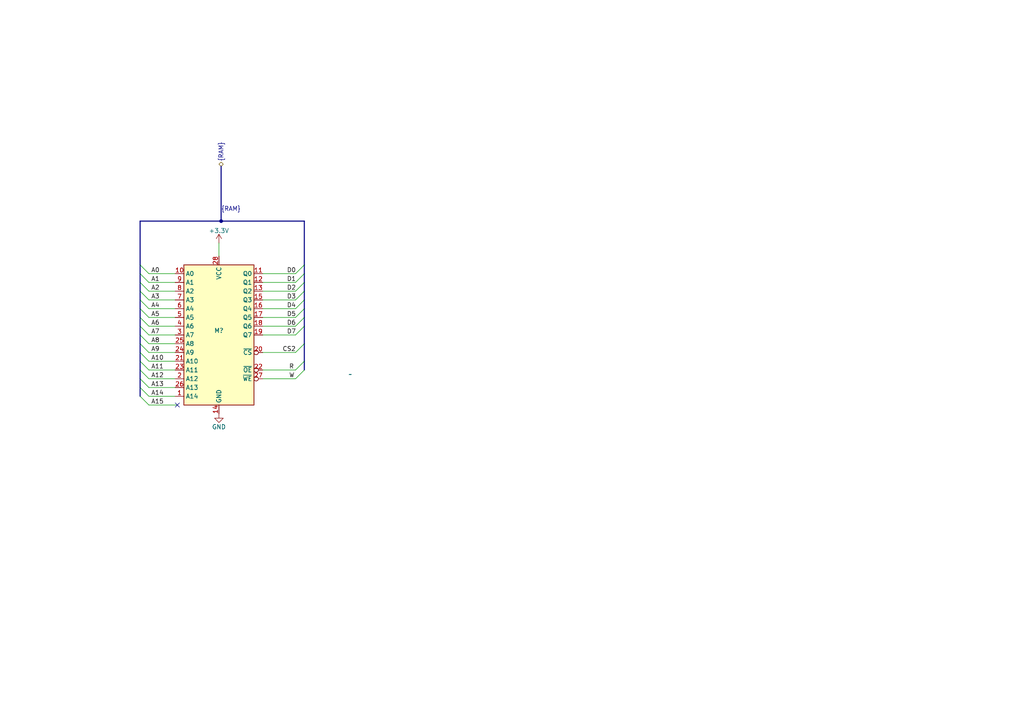
<source format=kicad_sch>
(kicad_sch (version 20230121) (generator eeschema)
  (paper "A4")
  (lib_symbols
    (symbol "AGB_common:FM28V020"
      (property "Reference" "M" (at 0 0 0))
      (symbol "FM28V020_0_0"
        (pin power_in line (at 0 -24.13 90) (length 2.54) (name "GND") (number "14"))
        (pin power_in line (at 0 21.59 270) (length 2.54) (name "VCC") (number "28"))
      )
      (symbol "FM28V020_0_1"
        (rectangle (start -10.16 19.05) (end 10.16 -21.59) (stroke (width 0.254)) (fill (type background)))
      )
      (symbol "FM28V020_1_1"
        (pin input line (at -12.7 -19.05 0) (length 2.54) (name "A14") (number "1"))
        (pin input line (at -12.7 16.51 0) (length 2.54) (name "A0") (number "10"))
        (pin tri_state line (at 12.7 16.51 180) (length 2.54) (name "Q0") (number "11"))
        (pin tri_state line (at 12.7 13.97 180) (length 2.54) (name "Q1") (number "12"))
        (pin tri_state line (at 12.7 11.43 180) (length 2.54) (name "Q2") (number "13"))
        (pin tri_state line (at 12.7 8.89 180) (length 2.54) (name "Q3") (number "15"))
        (pin tri_state line (at 12.7 6.35 180) (length 2.54) (name "Q4") (number "16"))
        (pin tri_state line (at 12.7 3.81 180) (length 2.54) (name "Q5") (number "17"))
        (pin tri_state line (at 12.7 1.27 180) (length 2.54) (name "Q6") (number "18"))
        (pin tri_state line (at 12.7 -1.27 180) (length 2.54) (name "Q7") (number "19"))
        (pin input line (at -12.7 -13.97 0) (length 2.54) (name "A12") (number "2"))
        (pin input inverted (at 12.7 -6.35 180) (length 2.54) (name "~{CS}") (number "20"))
        (pin input line (at -12.7 -8.89 0) (length 2.54) (name "A10") (number "21"))
        (pin input inverted (at 12.7 -11.43 180) (length 2.54) (name "~{OE}") (number "22"))
        (pin input line (at -12.7 -11.43 0) (length 2.54) (name "A11") (number "23"))
        (pin input line (at -12.7 -6.35 0) (length 2.54) (name "A9") (number "24"))
        (pin input line (at -12.7 -3.81 0) (length 2.54) (name "A8") (number "25"))
        (pin input line (at -12.7 -16.51 0) (length 2.54) (name "A13") (number "26"))
        (pin input inverted (at 12.7 -13.97 180) (length 2.54) (name "~{WE}") (number "27"))
        (pin input line (at -12.7 -1.27 0) (length 2.54) (name "A7") (number "3"))
        (pin input line (at -12.7 1.27 0) (length 2.54) (name "A6") (number "4"))
        (pin input line (at -12.7 3.81 0) (length 2.54) (name "A5") (number "5"))
        (pin input line (at -12.7 6.35 0) (length 2.54) (name "A4") (number "6"))
        (pin input line (at -12.7 8.89 0) (length 2.54) (name "A3") (number "7"))
        (pin input line (at -12.7 11.43 0) (length 2.54) (name "A2") (number "8"))
        (pin input line (at -12.7 13.97 0) (length 2.54) (name "A1") (number "9"))
      )
    )
    (symbol "power:+3.3V" (power) (pin_names (offset 0))
      (property "Value" "+3.3V" (at 0 3.556 0))
      (symbol "+3.3V_0_1"
        (polyline (pts (xy -0.762 1.27) (xy 0 2.54)))
        (polyline (pts (xy 0 0) (xy 0 2.54)))
        (polyline (pts (xy 0 2.54) (xy 0.762 1.27)))
      )
      (symbol "+3.3V_1_1"
        (pin power_in line (at 0 0 90) (length 0) hide (name "+3.3V") (number "1"))
      )
    )
    (symbol "power:GND" (power) (pin_names (offset 0))
      (property "Value" "GND" (at 0 -3.81 0))
      (symbol "GND_0_1"
        (polyline (pts (xy 0 0) (xy 0 -1.27) (xy 1.27 -1.27) (xy 0 -2.54) (xy -1.27 -1.27) (xy 0 -1.27)))
      )
      (symbol "GND_1_1"
        (pin power_in line (at 0 0 270) (length 0) hide (name "GND") (number "1"))
      )
    )
  )
  (junction (at 64.135 64.135))
  (no_connect (at 51.435 117.475))
  (bus_entry (at 88.265 104.775) (size -2.54 2.54))
  (bus_entry (at 40.64 112.395) (size 2.54 2.54))
  (bus_entry (at 88.265 76.835) (size -2.54 2.54))
  (bus_entry (at 88.265 86.995) (size -2.54 2.54))
  (bus_entry (at 40.64 84.455) (size 2.54 2.54))
  (bus_entry (at 40.64 86.995) (size 2.54 2.54))
  (bus_entry (at 88.265 89.535) (size -2.54 2.54))
  (bus_entry (at 40.64 102.235) (size 2.54 2.54))
  (bus_entry (at 88.265 107.315) (size -2.54 2.54))
  (bus_entry (at 88.265 94.615) (size -2.54 2.54))
  (bus_entry (at 88.265 84.455) (size -2.54 2.54))
  (bus_entry (at 88.265 99.695) (size -2.54 2.54))
  (bus_entry (at 40.64 109.855) (size 2.54 2.54))
  (bus_entry (at 40.64 104.775) (size 2.54 2.54))
  (bus_entry (at 40.64 81.915) (size 2.54 2.54))
  (bus_entry (at 40.64 114.935) (size 2.54 2.54))
  (bus_entry (at 88.265 79.375) (size -2.54 2.54))
  (bus_entry (at 40.64 92.075) (size 2.54 2.54))
  (bus_entry (at 40.64 76.835) (size 2.54 2.54))
  (bus_entry (at 40.64 94.615) (size 2.54 2.54))
  (bus_entry (at 40.64 97.155) (size 2.54 2.54))
  (bus_entry (at 88.265 92.075) (size -2.54 2.54))
  (bus_entry (at 40.64 99.695) (size 2.54 2.54))
  (bus_entry (at 40.64 107.315) (size 2.54 2.54))
  (bus_entry (at 40.64 89.535) (size 2.54 2.54))
  (bus_entry (at 40.64 79.375) (size 2.54 2.54))
  (bus_entry (at 88.265 81.915) (size -2.54 2.54))
  (bus (pts (xy 40.64 112.395) (xy 40.64 114.935)))
  (wire (pts (xy 76.2 86.995) (xy 85.725 86.995)))
  (wire (pts (xy 43.18 94.615) (xy 50.8 94.615)))
  (wire (pts (xy 43.18 86.995) (xy 50.8 86.995)))
  (bus (pts (xy 40.64 94.615) (xy 40.64 97.155)))
  (wire (pts (xy 43.18 104.775) (xy 50.8 104.775)))
  (bus (pts (xy 88.265 81.915) (xy 88.265 84.455)))
  (bus (pts (xy 88.265 94.615) (xy 88.265 99.695)))
  (wire (pts (xy 43.18 89.535) (xy 50.8 89.535)))
  (wire (pts (xy 43.18 81.915) (xy 50.8 81.915)))
  (bus (pts (xy 40.64 102.235) (xy 40.64 104.775)))
  (wire (pts (xy 76.2 97.155) (xy 85.725 97.155)))
  (wire (pts (xy 76.2 81.915) (xy 85.725 81.915)))
  (bus (pts (xy 88.265 104.775) (xy 88.265 107.315)))
  (bus (pts (xy 88.265 76.835) (xy 88.265 79.375)))
  (bus (pts (xy 40.64 97.155) (xy 40.64 99.695)))
  (wire (pts (xy 43.18 84.455) (xy 50.8 84.455)))
  (wire (pts (xy 76.2 89.535) (xy 85.725 89.535)))
  (bus (pts (xy 40.64 104.775) (xy 40.64 107.315)))
  (bus (pts (xy 40.64 109.855) (xy 40.64 112.395)))
  (bus (pts (xy 88.265 84.455) (xy 88.265 86.995)))
  (wire (pts (xy 43.18 112.395) (xy 50.8 112.395)))
  (bus (pts (xy 40.64 64.135) (xy 64.135 64.135)))
  (wire (pts (xy 76.2 94.615) (xy 85.725 94.615)))
  (wire (pts (xy 76.2 92.075) (xy 85.725 92.075)))
  (wire (pts (xy 43.18 99.695) (xy 50.8 99.695)))
  (bus (pts (xy 40.64 79.375) (xy 40.64 81.915)))
  (bus (pts (xy 88.265 92.075) (xy 88.265 94.615)))
  (bus (pts (xy 88.265 86.995) (xy 88.265 89.535)))
  (wire (pts (xy 43.18 107.315) (xy 50.8 107.315)))
  (wire (pts (xy 63.5 70.485) (xy 63.5 74.295)))
  (wire (pts (xy 43.18 117.475) (xy 51.435 117.475)))
  (bus (pts (xy 64.135 48.26) (xy 64.135 64.135)))
  (bus (pts (xy 40.64 89.535) (xy 40.64 92.075)))
  (bus (pts (xy 40.64 92.075) (xy 40.64 94.615)))
  (wire (pts (xy 76.2 84.455) (xy 85.725 84.455)))
  (bus (pts (xy 40.64 99.695) (xy 40.64 102.235)))
  (bus (pts (xy 40.64 64.135) (xy 40.64 76.835)))
  (wire (pts (xy 43.18 102.235) (xy 50.8 102.235)))
  (wire (pts (xy 76.2 109.855) (xy 85.725 109.855)))
  (bus (pts (xy 88.265 64.135) (xy 88.265 76.835)))
  (wire (pts (xy 76.2 102.235) (xy 85.725 102.235)))
  (wire (pts (xy 43.18 109.855) (xy 50.8 109.855)))
  (bus (pts (xy 64.135 64.135) (xy 88.265 64.135)))
  (wire (pts (xy 43.18 79.375) (xy 50.8 79.375)))
  (bus (pts (xy 88.265 89.535) (xy 88.265 92.075)))
  (bus (pts (xy 40.64 84.455) (xy 40.64 86.995)))
  (wire (pts (xy 43.18 114.935) (xy 50.8 114.935)))
  (wire (pts (xy 76.2 79.375) (xy 85.725 79.375)))
  (wire (pts (xy 76.2 107.315) (xy 85.725 107.315)))
  (bus (pts (xy 88.265 79.375) (xy 88.265 81.915)))
  (bus (pts (xy 88.265 99.695) (xy 88.265 104.775)))
  (wire (pts (xy 43.18 97.155) (xy 50.8 97.155)))
  (bus (pts (xy 40.64 81.915) (xy 40.64 84.455)))
  (wire (pts (xy 43.18 92.075) (xy 50.8 92.075)))
  (bus (pts (xy 40.64 76.835) (xy 40.64 79.375)))
  (bus (pts (xy 40.64 107.315) (xy 40.64 109.855)))
  (bus (pts (xy 40.64 86.995) (xy 40.64 89.535)))
  (label "A6" (at 43.815 94.615 0))
  (label "A11" (at 43.815 107.315 0))
  (label "D2" (at 83.185 84.455 0))
  (label "A2" (at 43.815 84.455 0))
  (label "A9" (at 43.815 102.235 0))
  (label "A13" (at 43.815 112.395 0))
  (label "D7" (at 83.185 97.155 0))
  (label "D4" (at 83.185 89.535 0))
  (label "CS2" (at 81.915 102.235 0))
  (label "A3" (at 43.815 86.995 0))
  (label "W" (at 83.82 109.855 0))
  (label "D6" (at 83.185 94.615 0))
  (label "A10" (at 43.815 104.775 0))
  (label "A12" (at 43.815 109.855 0))
  (label "A14" (at 43.815 114.935 0))
  (label "A15" (at 43.815 117.475 0))
  (label "A5" (at 43.815 92.075 0))
  (label "R" (at 83.82 107.315 0))
  (label "A4" (at 43.815 89.535 0))
  (label "D1" (at 83.185 81.915 0))
  (label "D3" (at 83.185 86.995 0))
  (label "A1" (at 43.815 81.915 0))
  (label "D5" (at 83.185 92.075 0))
  (label "A7" (at 43.815 97.155 0))
  (label "A8" (at 43.815 99.695 0))
  (label "A0" (at 43.815 79.375 0))
  (label "{RAM}" (at 64.135 61.595 0))
  (label "D0" (at 83.185 79.375 0))
  (hierarchical_label "{RAM}" (shape bidirectional) (at 64.135 48.26 90))
  (symbol (lib_id "power:GND") (at 63.5 120.015 0) (unit 1)
    (property "Reference" "#PWR04" (effects hide))
    (property "Value" "GND" (at 63.5 123.825 0))
    (instances (project "flashAGB" (path "" (reference "#PWR?") (unit 1))))
  )
  (symbol (lib_id "AGB_common:FM28V020") (at 63.5 95.885 0) (unit 1)
    (property "Reference" "M?" (at 63.5 95.885 0))
    (property "Value" "~" (at 101.6 108.585 0))
    (property "Footprint" "Package_SO:SOIC-28W_7.5x17.9mm_P1.27mm" (effects hide))
    (property "Datasheet" "${KIPRJMOD}/datasheets/Infineon_FM28V020_256_KBIT__32K_X_8__F_RAM_MEMORY_-3162796.pdf" (effects hide))
  )
  (symbol (lib_id "power:+3.3V") (at 63.5 70.485 0) (unit 1)
    (property "Reference" "#PWR03" (effects hide))
    (property "Value" "+3.3V" (at 63.5 66.929 0))
    (instances (project "flashAGB" (path "" (reference "#PWR?") (unit 1))))
  )
)
</source>
